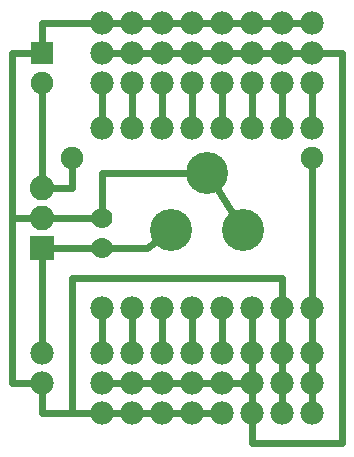
<source format=gbl>
G04 MADE WITH FRITZING*
G04 WWW.FRITZING.ORG*
G04 DOUBLE SIDED*
G04 HOLES PLATED*
G04 CONTOUR ON CENTER OF CONTOUR VECTOR*
%ASAXBY*%
%FSLAX23Y23*%
%MOIN*%
%OFA0B0*%
%SFA1.0B1.0*%
%ADD10C,0.075433*%
%ADD11C,0.140000*%
%ADD12C,0.082000*%
%ADD13C,0.070000*%
%ADD14C,0.075000*%
%ADD15C,0.078000*%
%ADD16R,0.082000X0.082000*%
%ADD17R,0.075000X0.075000*%
%ADD18C,0.024000*%
%LNCOPPER0*%
G90*
G70*
G54D10*
X319Y1006D03*
X1119Y1006D03*
G54D11*
X649Y766D03*
X889Y766D03*
X769Y956D03*
G54D12*
X219Y706D03*
X219Y806D03*
X219Y906D03*
G54D13*
X419Y706D03*
X419Y806D03*
G54D14*
X219Y1356D03*
X219Y1256D03*
G54D15*
X1119Y1256D03*
X1019Y1256D03*
X919Y1256D03*
X819Y1256D03*
X719Y1256D03*
X619Y1256D03*
X519Y1256D03*
X419Y1256D03*
X1119Y356D03*
X1019Y356D03*
X919Y356D03*
X819Y356D03*
X719Y356D03*
X619Y356D03*
X519Y356D03*
X419Y356D03*
X1119Y1356D03*
X1019Y1356D03*
X919Y1356D03*
X819Y1356D03*
X719Y1356D03*
X619Y1356D03*
X519Y1356D03*
X419Y1356D03*
X1119Y256D03*
X1019Y256D03*
X919Y256D03*
X819Y256D03*
X719Y256D03*
X619Y256D03*
X519Y256D03*
X419Y256D03*
X1119Y1456D03*
X1019Y1456D03*
X919Y1456D03*
X819Y1456D03*
X719Y1456D03*
X619Y1456D03*
X519Y1456D03*
X419Y1456D03*
X1119Y156D03*
X1019Y156D03*
X919Y156D03*
X819Y156D03*
X719Y156D03*
X619Y156D03*
X519Y156D03*
X419Y156D03*
X1119Y1106D03*
X1019Y1106D03*
X919Y1106D03*
X819Y1106D03*
X719Y1106D03*
X619Y1106D03*
X519Y1106D03*
X419Y1106D03*
X1119Y506D03*
X1019Y506D03*
X919Y506D03*
X819Y506D03*
X719Y506D03*
X619Y506D03*
X519Y506D03*
X419Y506D03*
X219Y356D03*
X219Y256D03*
G54D16*
X219Y706D03*
G54D17*
X219Y1356D03*
G54D18*
X900Y256D02*
X838Y256D01*
D02*
X919Y175D02*
X919Y237D01*
D02*
X1019Y337D02*
X1019Y275D01*
D02*
X1019Y237D02*
X1019Y175D01*
D02*
X1119Y337D02*
X1119Y275D01*
D02*
X1119Y175D02*
X1119Y237D01*
D02*
X319Y156D02*
X400Y156D01*
D02*
X219Y156D02*
X319Y156D01*
D02*
X219Y237D02*
X219Y156D01*
D02*
X119Y806D02*
X119Y1357D01*
D02*
X119Y256D02*
X119Y806D01*
D02*
X119Y1357D02*
X202Y1357D01*
D02*
X200Y256D02*
X119Y256D01*
D02*
X420Y957D02*
X719Y957D01*
D02*
X419Y821D02*
X420Y957D01*
D02*
X119Y806D02*
X198Y806D01*
D02*
X1019Y375D02*
X1019Y487D01*
D02*
X419Y487D02*
X419Y375D01*
D02*
X519Y487D02*
X519Y375D01*
D02*
X619Y487D02*
X619Y375D01*
D02*
X719Y487D02*
X719Y375D01*
D02*
X819Y487D02*
X819Y375D01*
D02*
X1119Y375D02*
X1119Y487D01*
D02*
X419Y1125D02*
X419Y1237D01*
D02*
X519Y1125D02*
X519Y1237D01*
D02*
X619Y1125D02*
X619Y1237D01*
D02*
X719Y1125D02*
X719Y1237D01*
D02*
X819Y1125D02*
X819Y1237D01*
D02*
X1019Y1125D02*
X1019Y1237D01*
D02*
X1119Y1125D02*
X1119Y1237D01*
D02*
X919Y337D02*
X919Y275D01*
D02*
X919Y137D02*
X920Y57D01*
D02*
X920Y57D02*
X1218Y57D01*
D02*
X1218Y57D02*
X1218Y1357D01*
D02*
X1218Y1357D02*
X1138Y1357D01*
D02*
X919Y375D02*
X919Y487D01*
D02*
X919Y1125D02*
X919Y1237D01*
D02*
X1019Y607D02*
X1019Y525D01*
D02*
X318Y607D02*
X1019Y607D01*
D02*
X319Y156D02*
X318Y607D01*
D02*
X219Y927D02*
X219Y1239D01*
D02*
X1119Y989D02*
X1119Y525D01*
D02*
X318Y906D02*
X319Y989D01*
D02*
X240Y906D02*
X318Y906D01*
D02*
X862Y809D02*
X796Y914D01*
D02*
X569Y707D02*
X609Y737D01*
D02*
X434Y706D02*
X569Y707D01*
D02*
X240Y706D02*
X404Y706D01*
D02*
X404Y806D02*
X240Y806D01*
D02*
X600Y1356D02*
X538Y1356D01*
D02*
X638Y1356D02*
X700Y1356D01*
D02*
X738Y1356D02*
X800Y1356D01*
D02*
X838Y1356D02*
X900Y1356D01*
D02*
X938Y1356D02*
X1000Y1356D01*
D02*
X1038Y1356D02*
X1100Y1356D01*
D02*
X500Y1356D02*
X438Y1356D01*
D02*
X438Y1456D02*
X500Y1456D01*
D02*
X219Y1457D02*
X400Y1456D01*
D02*
X219Y1374D02*
X219Y1457D01*
D02*
X538Y1456D02*
X600Y1456D01*
D02*
X638Y1456D02*
X700Y1456D01*
D02*
X738Y1456D02*
X800Y1456D01*
D02*
X838Y1456D02*
X900Y1456D01*
D02*
X938Y1456D02*
X1000Y1456D01*
D02*
X1038Y1456D02*
X1100Y1456D01*
D02*
X438Y256D02*
X500Y256D01*
D02*
X538Y256D02*
X600Y256D01*
D02*
X638Y256D02*
X700Y256D01*
D02*
X738Y256D02*
X800Y256D01*
D02*
X500Y156D02*
X438Y156D01*
D02*
X600Y156D02*
X538Y156D01*
D02*
X700Y156D02*
X638Y156D01*
D02*
X800Y156D02*
X738Y156D01*
D02*
X219Y685D02*
X219Y375D01*
G04 End of Copper0*
M02*
</source>
